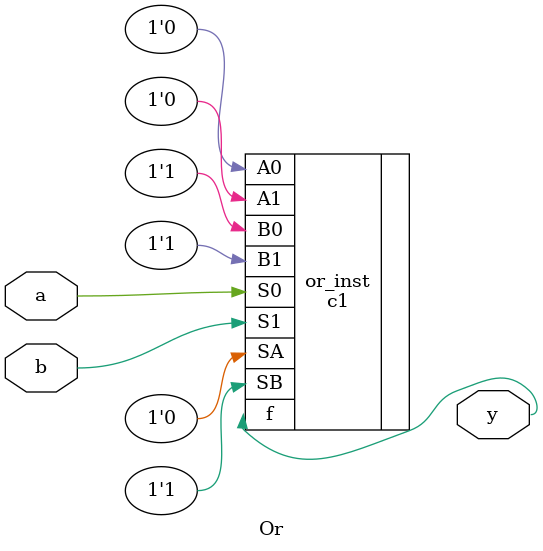
<source format=v>
module Nor (
    input wire a,
    input wire b,
    output wire out
);
    c1 nor_inst (
        .A0(1'b1),
        .A1(1'b1),
        .SA(1'b1),
        .B0(1'b0),
        .B1(1'b0),
        .SB(1'b0),
        .S0(a),
        .S1(b),
        .f(out)
    );
endmodule


module Or
(
    input a, b,
    output y
);
    c1 or_inst (
        .A0(1'b0),
        .A1(1'b0),
        .SA(1'b0),
        .B0(1'b1),
        .B1(1'b1),
        .SB(1'b1),
        .S0(a),
        .S1(b),
        .f(y)
    );
endmodule


</source>
